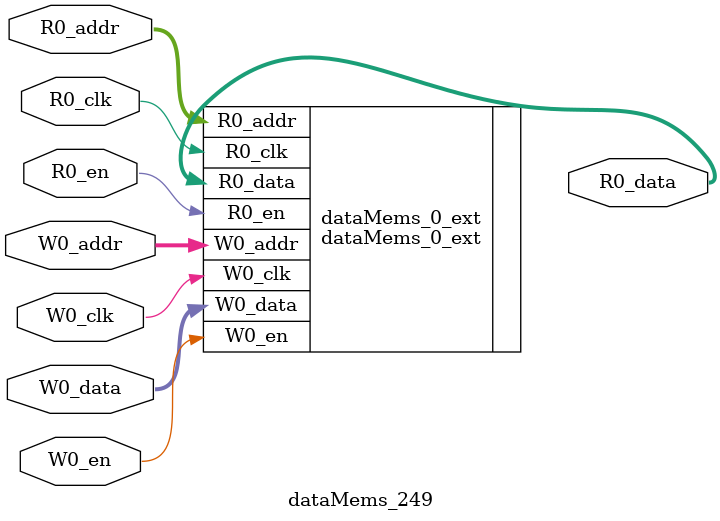
<source format=sv>
`ifndef RANDOMIZE
  `ifdef RANDOMIZE_REG_INIT
    `define RANDOMIZE
  `endif // RANDOMIZE_REG_INIT
`endif // not def RANDOMIZE
`ifndef RANDOMIZE
  `ifdef RANDOMIZE_MEM_INIT
    `define RANDOMIZE
  `endif // RANDOMIZE_MEM_INIT
`endif // not def RANDOMIZE

`ifndef RANDOM
  `define RANDOM $random
`endif // not def RANDOM

// Users can define 'PRINTF_COND' to add an extra gate to prints.
`ifndef PRINTF_COND_
  `ifdef PRINTF_COND
    `define PRINTF_COND_ (`PRINTF_COND)
  `else  // PRINTF_COND
    `define PRINTF_COND_ 1
  `endif // PRINTF_COND
`endif // not def PRINTF_COND_

// Users can define 'ASSERT_VERBOSE_COND' to add an extra gate to assert error printing.
`ifndef ASSERT_VERBOSE_COND_
  `ifdef ASSERT_VERBOSE_COND
    `define ASSERT_VERBOSE_COND_ (`ASSERT_VERBOSE_COND)
  `else  // ASSERT_VERBOSE_COND
    `define ASSERT_VERBOSE_COND_ 1
  `endif // ASSERT_VERBOSE_COND
`endif // not def ASSERT_VERBOSE_COND_

// Users can define 'STOP_COND' to add an extra gate to stop conditions.
`ifndef STOP_COND_
  `ifdef STOP_COND
    `define STOP_COND_ (`STOP_COND)
  `else  // STOP_COND
    `define STOP_COND_ 1
  `endif // STOP_COND
`endif // not def STOP_COND_

// Users can define INIT_RANDOM as general code that gets injected into the
// initializer block for modules with registers.
`ifndef INIT_RANDOM
  `define INIT_RANDOM
`endif // not def INIT_RANDOM

// If using random initialization, you can also define RANDOMIZE_DELAY to
// customize the delay used, otherwise 0.002 is used.
`ifndef RANDOMIZE_DELAY
  `define RANDOMIZE_DELAY 0.002
`endif // not def RANDOMIZE_DELAY

// Define INIT_RANDOM_PROLOG_ for use in our modules below.
`ifndef INIT_RANDOM_PROLOG_
  `ifdef RANDOMIZE
    `ifdef VERILATOR
      `define INIT_RANDOM_PROLOG_ `INIT_RANDOM
    `else  // VERILATOR
      `define INIT_RANDOM_PROLOG_ `INIT_RANDOM #`RANDOMIZE_DELAY begin end
    `endif // VERILATOR
  `else  // RANDOMIZE
    `define INIT_RANDOM_PROLOG_
  `endif // RANDOMIZE
`endif // not def INIT_RANDOM_PROLOG_

// Include register initializers in init blocks unless synthesis is set
`ifndef SYNTHESIS
  `ifndef ENABLE_INITIAL_REG_
    `define ENABLE_INITIAL_REG_
  `endif // not def ENABLE_INITIAL_REG_
`endif // not def SYNTHESIS

// Include rmemory initializers in init blocks unless synthesis is set
`ifndef SYNTHESIS
  `ifndef ENABLE_INITIAL_MEM_
    `define ENABLE_INITIAL_MEM_
  `endif // not def ENABLE_INITIAL_MEM_
`endif // not def SYNTHESIS

module dataMems_249(	// @[generators/ara/src/main/scala/UnsafeAXI4ToTL.scala:365:62]
  input  [4:0]  R0_addr,
  input         R0_en,
  input         R0_clk,
  output [66:0] R0_data,
  input  [4:0]  W0_addr,
  input         W0_en,
  input         W0_clk,
  input  [66:0] W0_data
);

  dataMems_0_ext dataMems_0_ext (	// @[generators/ara/src/main/scala/UnsafeAXI4ToTL.scala:365:62]
    .R0_addr (R0_addr),
    .R0_en   (R0_en),
    .R0_clk  (R0_clk),
    .R0_data (R0_data),
    .W0_addr (W0_addr),
    .W0_en   (W0_en),
    .W0_clk  (W0_clk),
    .W0_data (W0_data)
  );
endmodule


</source>
